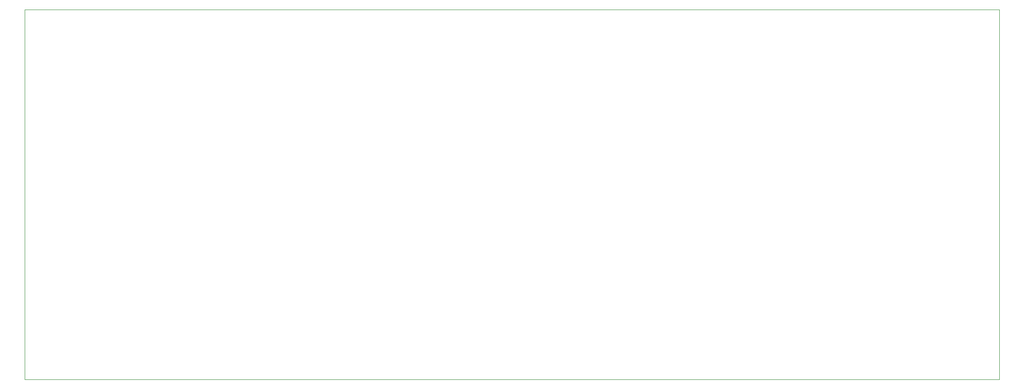
<source format=gm1>
%TF.GenerationSoftware,KiCad,Pcbnew,7.0.9*%
%TF.CreationDate,2024-01-28T12:11:26+01:00*%
%TF.ProjectId,Digital_Clock,44696769-7461-46c5-9f43-6c6f636b2e6b,rev?*%
%TF.SameCoordinates,Original*%
%TF.FileFunction,Profile,NP*%
%FSLAX46Y46*%
G04 Gerber Fmt 4.6, Leading zero omitted, Abs format (unit mm)*
G04 Created by KiCad (PCBNEW 7.0.9) date 2024-01-28 12:11:26*
%MOMM*%
%LPD*%
G01*
G04 APERTURE LIST*
%TA.AperFunction,Profile*%
%ADD10C,0.100000*%
%TD*%
G04 APERTURE END LIST*
D10*
X60960000Y-55880000D02*
X241300000Y-55880000D01*
X241300000Y-124460000D01*
X60960000Y-124460000D01*
X60960000Y-55880000D01*
M02*

</source>
